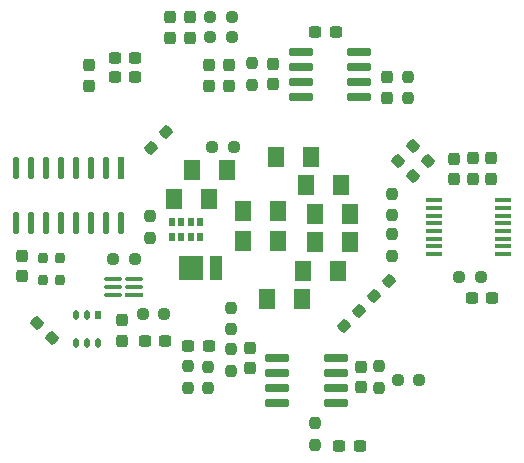
<source format=gbr>
%TF.GenerationSoftware,KiCad,Pcbnew,(6.0.0)*%
%TF.CreationDate,2023-06-19T18:06:32-05:00*%
%TF.ProjectId,RoundScanner,526f756e-6453-4636-916e-6e65722e6b69,1.0*%
%TF.SameCoordinates,Original*%
%TF.FileFunction,Paste,Top*%
%TF.FilePolarity,Positive*%
%FSLAX46Y46*%
G04 Gerber Fmt 4.6, Leading zero omitted, Abs format (unit mm)*
G04 Created by KiCad (PCBNEW (6.0.0)) date 2023-06-19 18:06:32*
%MOMM*%
%LPD*%
G01*
G04 APERTURE LIST*
G04 Aperture macros list*
%AMRoundRect*
0 Rectangle with rounded corners*
0 $1 Rounding radius*
0 $2 $3 $4 $5 $6 $7 $8 $9 X,Y pos of 4 corners*
0 Add a 4 corners polygon primitive as box body*
4,1,4,$2,$3,$4,$5,$6,$7,$8,$9,$2,$3,0*
0 Add four circle primitives for the rounded corners*
1,1,$1+$1,$2,$3*
1,1,$1+$1,$4,$5*
1,1,$1+$1,$6,$7*
1,1,$1+$1,$8,$9*
0 Add four rect primitives between the rounded corners*
20,1,$1+$1,$2,$3,$4,$5,0*
20,1,$1+$1,$4,$5,$6,$7,0*
20,1,$1+$1,$6,$7,$8,$9,0*
20,1,$1+$1,$8,$9,$2,$3,0*%
G04 Aperture macros list end*
%ADD10RoundRect,0.250001X0.462499X0.624999X-0.462499X0.624999X-0.462499X-0.624999X0.462499X-0.624999X0*%
%ADD11RoundRect,0.237500X-0.237500X0.300000X-0.237500X-0.300000X0.237500X-0.300000X0.237500X0.300000X0*%
%ADD12RoundRect,0.237500X0.237500X-0.300000X0.237500X0.300000X-0.237500X0.300000X-0.237500X-0.300000X0*%
%ADD13RoundRect,0.237500X0.344715X-0.008839X-0.008839X0.344715X-0.344715X0.008839X0.008839X-0.344715X0*%
%ADD14RoundRect,0.237500X-0.237500X0.250000X-0.237500X-0.250000X0.237500X-0.250000X0.237500X0.250000X0*%
%ADD15R,1.510292X0.412132*%
%ADD16RoundRect,0.206066X0.549080X0.000000X-0.549080X0.000000X-0.549080X0.000000X0.549080X0.000000X0*%
%ADD17RoundRect,0.237500X0.237500X-0.250000X0.237500X0.250000X-0.237500X0.250000X-0.237500X-0.250000X0*%
%ADD18RoundRect,0.237500X0.250000X0.237500X-0.250000X0.237500X-0.250000X-0.237500X0.250000X-0.237500X0*%
%ADD19RoundRect,0.237500X0.300000X0.237500X-0.300000X0.237500X-0.300000X-0.237500X0.300000X-0.237500X0*%
%ADD20R,0.543390X1.874066*%
%ADD21RoundRect,0.271695X0.000000X0.665338X0.000000X-0.665338X0.000000X-0.665338X0.000000X0.665338X0*%
%ADD22RoundRect,0.042000X-0.943000X-0.258000X0.943000X-0.258000X0.943000X0.258000X-0.943000X0.258000X0*%
%ADD23RoundRect,0.237500X-0.250000X-0.237500X0.250000X-0.237500X0.250000X0.237500X-0.250000X0.237500X0*%
%ADD24RoundRect,0.237500X0.008839X0.344715X-0.344715X-0.008839X-0.008839X-0.344715X0.344715X0.008839X0*%
%ADD25RoundRect,0.200000X0.200000X0.250000X-0.200000X0.250000X-0.200000X-0.250000X0.200000X-0.250000X0*%
%ADD26R,0.550000X0.800000*%
%ADD27O,0.550000X0.800000*%
%ADD28RoundRect,0.042000X0.943000X0.258000X-0.943000X0.258000X-0.943000X-0.258000X0.943000X-0.258000X0*%
%ADD29RoundRect,0.250001X-0.462499X-0.624999X0.462499X-0.624999X0.462499X0.624999X-0.462499X0.624999X0*%
%ADD30R,2.100000X2.100000*%
%ADD31R,1.000000X2.100000*%
%ADD32RoundRect,0.237500X-0.300000X-0.237500X0.300000X-0.237500X0.300000X0.237500X-0.300000X0.237500X0*%
%ADD33R,1.475000X0.450000*%
%ADD34R,0.590000X0.690000*%
G04 APERTURE END LIST*
D10*
%TO.C,D8*%
X93562500Y-101727000D03*
X90587500Y-101727000D03*
%TD*%
D11*
%TO.C,C7*%
X86614000Y-94006500D03*
X86614000Y-95731500D03*
%TD*%
D12*
%TO.C,C13*%
X69088000Y-111860500D03*
X69088000Y-110135500D03*
%TD*%
D13*
%TO.C,R29*%
X103515235Y-102118235D03*
X102224765Y-100827765D03*
%TD*%
D14*
%TO.C,R1*%
X101784000Y-94972500D03*
X101784000Y-96797500D03*
%TD*%
D11*
%TO.C,C3*%
X90354000Y-93879500D03*
X90354000Y-95604500D03*
%TD*%
D12*
%TO.C,C5*%
X81661000Y-91667500D03*
X81661000Y-89942500D03*
%TD*%
D15*
%TO.C,Q1*%
X78624919Y-113426000D03*
D16*
X78624919Y-112776000D03*
X78624919Y-112126000D03*
X76823081Y-112126000D03*
X76823081Y-112776000D03*
X76823081Y-113426000D03*
%TD*%
D17*
%TO.C,R16*%
X93896999Y-126122497D03*
X93896999Y-124297497D03*
%TD*%
D18*
%TO.C,R4*%
X86891500Y-89916000D03*
X85066500Y-89916000D03*
%TD*%
D17*
%TO.C,R13*%
X86781000Y-116331500D03*
X86781000Y-114506500D03*
%TD*%
D11*
%TO.C,C20*%
X77597000Y-115596500D03*
X77597000Y-117321500D03*
%TD*%
D18*
%TO.C,R7*%
X81163500Y-115069000D03*
X79338500Y-115069000D03*
%TD*%
D11*
%TO.C,C2*%
X100006000Y-95022500D03*
X100006000Y-96747500D03*
%TD*%
%TO.C,C14*%
X108839000Y-101880500D03*
X108839000Y-103605500D03*
%TD*%
D10*
%TO.C,D12*%
X90766000Y-108839000D03*
X87791000Y-108839000D03*
%TD*%
%TO.C,D10*%
X96864500Y-106553000D03*
X93889500Y-106553000D03*
%TD*%
%TO.C,D5*%
X95848500Y-111379000D03*
X92873500Y-111379000D03*
%TD*%
D19*
%TO.C,C16*%
X97709500Y-126259999D03*
X95984500Y-126259999D03*
%TD*%
D10*
%TO.C,D9*%
X96102500Y-104140000D03*
X93127500Y-104140000D03*
%TD*%
D12*
%TO.C,C17*%
X105731000Y-103631500D03*
X105731000Y-101906500D03*
%TD*%
D20*
%TO.C,U2*%
X77470000Y-102694433D03*
D21*
X76200000Y-102694433D03*
X74930000Y-102694433D03*
X73660000Y-102694433D03*
X72390000Y-102694433D03*
X71120000Y-102694433D03*
X69850000Y-102694433D03*
X68580000Y-102694433D03*
X68580000Y-107326567D03*
X69850000Y-107326567D03*
X71120000Y-107326567D03*
X72390000Y-107326567D03*
X73660000Y-107326567D03*
X74930000Y-107326567D03*
X76200000Y-107326567D03*
X77470000Y-107326567D03*
%TD*%
D17*
%TO.C,R2*%
X88576000Y-95654500D03*
X88576000Y-93829500D03*
%TD*%
D22*
%TO.C,U4*%
X90736663Y-118745000D03*
X90736663Y-120015000D03*
X90736663Y-121285000D03*
X90736663Y-122555000D03*
X95676663Y-122555000D03*
X95676663Y-121285000D03*
X95676663Y-120015000D03*
X95676663Y-118745000D03*
%TD*%
D10*
%TO.C,D4*%
X92800500Y-113792000D03*
X89825500Y-113792000D03*
%TD*%
D17*
%TO.C,R12*%
X83185000Y-121308500D03*
X83185000Y-119483500D03*
%TD*%
D19*
%TO.C,C11*%
X84927474Y-117725423D03*
X83202474Y-117725423D03*
%TD*%
D11*
%TO.C,C6*%
X84963000Y-94006500D03*
X84963000Y-95731500D03*
%TD*%
D18*
%TO.C,R28*%
X87023500Y-100889000D03*
X85198500Y-100889000D03*
%TD*%
D23*
%TO.C,R14*%
X100930163Y-120650000D03*
X102755163Y-120650000D03*
%TD*%
D18*
%TO.C,R8*%
X78663500Y-110369000D03*
X76838500Y-110369000D03*
%TD*%
D24*
%TO.C,R26*%
X100213235Y-112257765D03*
X98922765Y-113548235D03*
%TD*%
D11*
%TO.C,C10*%
X74803000Y-94006500D03*
X74803000Y-95731500D03*
%TD*%
D25*
%TO.C,X1*%
X72353000Y-112177000D03*
X72353000Y-110327000D03*
X70903000Y-110327000D03*
X70903000Y-112177000D03*
%TD*%
D13*
%TO.C,R18*%
X71638235Y-117104235D03*
X70347765Y-115813765D03*
%TD*%
D11*
%TO.C,C15*%
X107315000Y-101880500D03*
X107315000Y-103605500D03*
%TD*%
D17*
%TO.C,R31*%
X100457000Y-106703500D03*
X100457000Y-104878500D03*
%TD*%
D26*
%TO.C,U7*%
X75562501Y-115141500D03*
D27*
X74612500Y-115141500D03*
X73662499Y-115141500D03*
X73662499Y-117541500D03*
X74612500Y-117541500D03*
X75562501Y-117541500D03*
%TD*%
D28*
%TO.C,U1*%
X97650000Y-96647000D03*
X97650000Y-95377000D03*
X97650000Y-94107000D03*
X97650000Y-92837000D03*
X92710000Y-92837000D03*
X92710000Y-94107000D03*
X92710000Y-95377000D03*
X92710000Y-96647000D03*
%TD*%
D14*
%TO.C,R11*%
X84836000Y-119507000D03*
X84836000Y-121332000D03*
%TD*%
D29*
%TO.C,D1*%
X87793500Y-106299000D03*
X90768500Y-106299000D03*
%TD*%
D17*
%TO.C,R19*%
X79981000Y-108581500D03*
X79981000Y-106756500D03*
%TD*%
D30*
%TO.C,D3*%
X83391000Y-111125000D03*
D31*
X85561000Y-111125000D03*
%TD*%
D32*
%TO.C,C22*%
X76988500Y-94996000D03*
X78713500Y-94996000D03*
%TD*%
D24*
%TO.C,R27*%
X81290235Y-99684765D03*
X79999765Y-100975235D03*
%TD*%
D10*
%TO.C,D11*%
X96864500Y-108966000D03*
X93889500Y-108966000D03*
%TD*%
D19*
%TO.C,C23*%
X78713500Y-93397300D03*
X76988500Y-93397300D03*
%TD*%
D14*
%TO.C,R10*%
X99302663Y-119483500D03*
X99302663Y-121308500D03*
%TD*%
D19*
%TO.C,C1*%
X95661500Y-91186000D03*
X93936500Y-91186000D03*
%TD*%
D33*
%TO.C,U5*%
X109872000Y-109971000D03*
X109872000Y-109321000D03*
X109872000Y-108671000D03*
X109872000Y-108021000D03*
X109872000Y-107371000D03*
X109872000Y-106721000D03*
X109872000Y-106071000D03*
X109872000Y-105421000D03*
X103996000Y-105421000D03*
X103996000Y-106071000D03*
X103996000Y-106721000D03*
X103996000Y-107371000D03*
X103996000Y-108021000D03*
X103996000Y-108671000D03*
X103996000Y-109321000D03*
X103996000Y-109971000D03*
%TD*%
D32*
%TO.C,C18*%
X107214500Y-113665000D03*
X108939500Y-113665000D03*
%TD*%
D11*
%TO.C,C4*%
X83312000Y-89942500D03*
X83312000Y-91667500D03*
%TD*%
D10*
%TO.C,D7*%
X86450500Y-102870000D03*
X83475500Y-102870000D03*
%TD*%
D13*
%TO.C,R30*%
X102245235Y-103388235D03*
X100954765Y-102097765D03*
%TD*%
D34*
%TO.C,U6*%
X81801000Y-108549000D03*
X82601000Y-108549000D03*
X83401000Y-108549000D03*
X84201000Y-108549000D03*
X84201000Y-107269000D03*
X83401000Y-107269000D03*
X82601000Y-107269000D03*
X81801000Y-107269000D03*
%TD*%
D12*
%TO.C,C21*%
X97778663Y-121258500D03*
X97778663Y-119533500D03*
%TD*%
D18*
%TO.C,R3*%
X86891500Y-91567000D03*
X85066500Y-91567000D03*
%TD*%
%TO.C,R24*%
X107973500Y-111887000D03*
X106148500Y-111887000D03*
%TD*%
D12*
%TO.C,C12*%
X88381000Y-119651500D03*
X88381000Y-117926500D03*
%TD*%
D24*
%TO.C,R25*%
X97673235Y-114797765D03*
X96382765Y-116088235D03*
%TD*%
D32*
%TO.C,C19*%
X79528500Y-117348000D03*
X81253500Y-117348000D03*
%TD*%
D29*
%TO.C,D6*%
X81951500Y-105283000D03*
X84926500Y-105283000D03*
%TD*%
D17*
%TO.C,R9*%
X86811000Y-119861500D03*
X86811000Y-118036500D03*
%TD*%
D14*
%TO.C,R32*%
X100457000Y-108307500D03*
X100457000Y-110132500D03*
%TD*%
M02*

</source>
